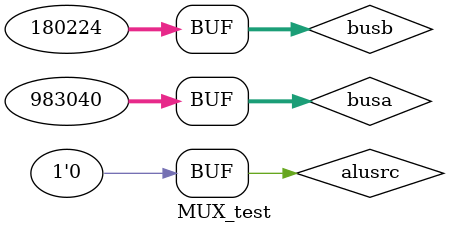
<source format=v>
module MUX_test();
	reg [31:0] busa, busb;
	reg alusrc;	
	wire [31:0] result;
	initial begin
		busa = 32'b1000_0000_0000_1111_0000_0000_0000_0000;
		busb = 32'b0000_0000_0000_0011_1100_0000_0000_0000;
		alusrc = 1;
		
		#100 busa = 32'b0000_0000_0000_1111_0000_0000_0000_0000;
		busb = 32'b0000_0000_0000_0010_1100_0000_0000_0000;
		alusrc = 0;
	end

	mux2 #(32) mux2(busa,busb,alusrc,result);
endmodule
</source>
